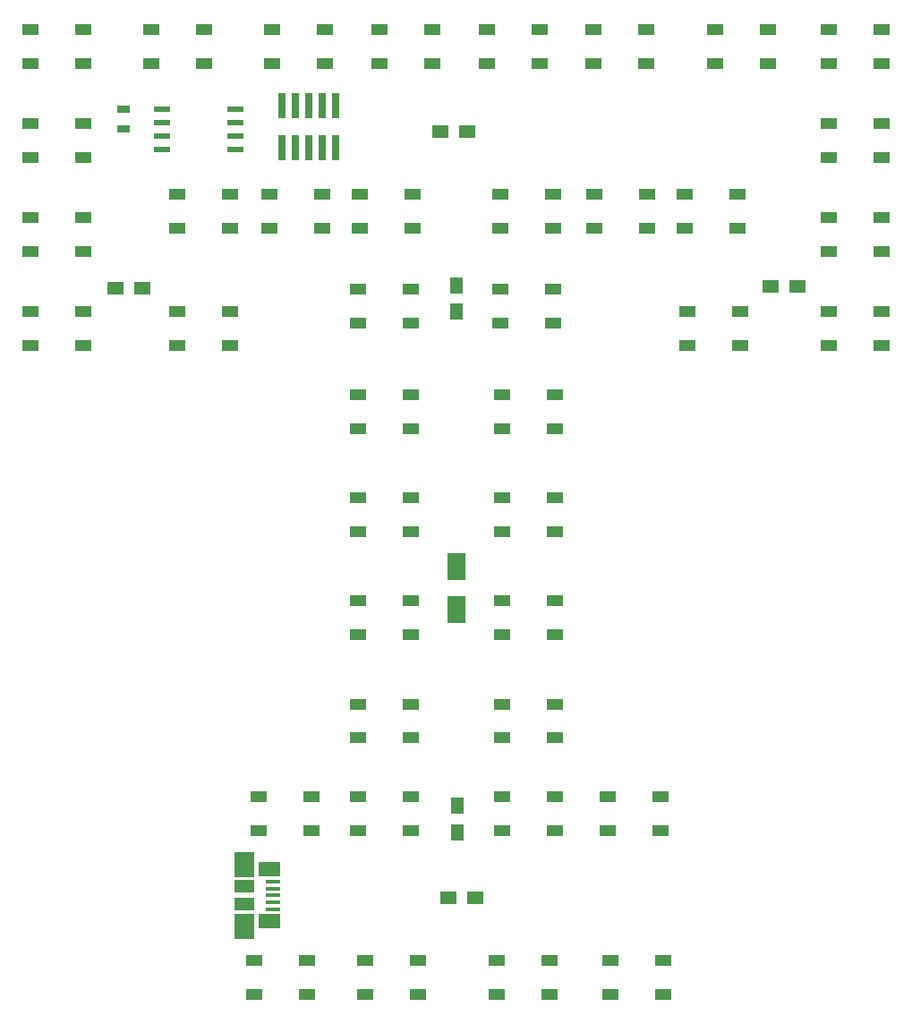
<source format=gbr>
G04 #@! TF.GenerationSoftware,KiCad,Pcbnew,(5.0.0)*
G04 #@! TF.CreationDate,2020-03-01T18:17:59-05:00*
G04 #@! TF.ProjectId,WS2812B Tiny T,575332383132422054696E7920542E6B,rev?*
G04 #@! TF.SameCoordinates,Original*
G04 #@! TF.FileFunction,Paste,Top*
G04 #@! TF.FilePolarity,Positive*
%FSLAX46Y46*%
G04 Gerber Fmt 4.6, Leading zero omitted, Abs format (unit mm)*
G04 Created by KiCad (PCBNEW (5.0.0)) date 03/01/20 18:17:59*
%MOMM*%
%LPD*%
G01*
G04 APERTURE LIST*
%ADD10R,1.600000X1.000000*%
%ADD11R,1.500000X1.250000*%
%ADD12R,1.250000X1.500000*%
%ADD13R,1.300000X0.700000*%
%ADD14R,1.550000X0.600000*%
%ADD15R,2.100000X1.475000*%
%ADD16R,1.900000X1.175000*%
%ADD17R,1.900000X2.375000*%
%ADD18R,1.380000X0.450000*%
%ADD19R,1.800000X2.500000*%
%ADD20R,0.740000X2.400000*%
G04 APERTURE END LIST*
D10*
G04 #@! TO.C,U1*
X87162000Y-85712500D03*
X87162000Y-88912500D03*
X92162000Y-85712500D03*
X92162000Y-88912500D03*
G04 #@! TD*
G04 #@! TO.C,U2*
X92162000Y-80022500D03*
X92162000Y-76822500D03*
X87162000Y-80022500D03*
X87162000Y-76822500D03*
G04 #@! TD*
G04 #@! TO.C,U3*
X87162000Y-67932500D03*
X87162000Y-71132500D03*
X92162000Y-67932500D03*
X92162000Y-71132500D03*
G04 #@! TD*
G04 #@! TO.C,U4*
X92162000Y-62242500D03*
X92162000Y-59042500D03*
X87162000Y-62242500D03*
X87162000Y-59042500D03*
G04 #@! TD*
G04 #@! TO.C,U5*
X98592000Y-59042500D03*
X98592000Y-62242500D03*
X103592000Y-59042500D03*
X103592000Y-62242500D03*
G04 #@! TD*
G04 #@! TO.C,U6*
X115022000Y-62242500D03*
X115022000Y-59042500D03*
X110022000Y-62242500D03*
X110022000Y-59042500D03*
G04 #@! TD*
G04 #@! TO.C,U7*
X120182000Y-59042500D03*
X120182000Y-62242500D03*
X125182000Y-59042500D03*
X125182000Y-62242500D03*
G04 #@! TD*
G04 #@! TO.C,U8*
X135342000Y-62242500D03*
X135342000Y-59042500D03*
X130342000Y-62242500D03*
X130342000Y-59042500D03*
G04 #@! TD*
G04 #@! TO.C,U9*
X140462000Y-59042500D03*
X140462000Y-62242500D03*
X145462000Y-59042500D03*
X145462000Y-62242500D03*
G04 #@! TD*
G04 #@! TO.C,U10*
X156932000Y-62242500D03*
X156932000Y-59042500D03*
X151932000Y-62242500D03*
X151932000Y-59042500D03*
G04 #@! TD*
G04 #@! TO.C,U11*
X162727000Y-59042500D03*
X162727000Y-62242500D03*
X167727000Y-59042500D03*
X167727000Y-62242500D03*
G04 #@! TD*
G04 #@! TO.C,U12*
X167727000Y-71132500D03*
X167727000Y-67932500D03*
X162727000Y-71132500D03*
X162727000Y-67932500D03*
G04 #@! TD*
G04 #@! TO.C,U13*
X162727000Y-76822500D03*
X162727000Y-80022500D03*
X167727000Y-76822500D03*
X167727000Y-80022500D03*
G04 #@! TD*
G04 #@! TO.C,U15*
X154301000Y-88912500D03*
X154301000Y-85712500D03*
X149301000Y-88912500D03*
X149301000Y-85712500D03*
G04 #@! TD*
G04 #@! TO.C,U16*
X149098000Y-74622500D03*
X149098000Y-77822500D03*
X154098000Y-74622500D03*
X154098000Y-77822500D03*
G04 #@! TD*
G04 #@! TO.C,U17*
X145502000Y-77822500D03*
X145502000Y-74622500D03*
X140502000Y-77822500D03*
X140502000Y-74622500D03*
G04 #@! TD*
G04 #@! TO.C,U18*
X131612000Y-74622500D03*
X131612000Y-77822500D03*
X136612000Y-74622500D03*
X136612000Y-77822500D03*
G04 #@! TD*
G04 #@! TO.C,U19*
X136612000Y-86822500D03*
X136612000Y-83622500D03*
X131612000Y-86822500D03*
X131612000Y-83622500D03*
G04 #@! TD*
G04 #@! TO.C,U20*
X131812000Y-93622500D03*
X131812000Y-96822500D03*
X136812000Y-93622500D03*
X136812000Y-96822500D03*
G04 #@! TD*
G04 #@! TO.C,U21*
X131812000Y-103372000D03*
X131812000Y-106572000D03*
X136812000Y-103372000D03*
X136812000Y-106572000D03*
G04 #@! TD*
G04 #@! TO.C,U22*
X136812000Y-116322000D03*
X136812000Y-113122000D03*
X131812000Y-116322000D03*
X131812000Y-113122000D03*
G04 #@! TD*
G04 #@! TO.C,U23*
X131812000Y-122872000D03*
X131812000Y-126072000D03*
X136812000Y-122872000D03*
X136812000Y-126072000D03*
G04 #@! TD*
G04 #@! TO.C,U24*
X136812000Y-134822000D03*
X136812000Y-131622000D03*
X131812000Y-134822000D03*
X131812000Y-131622000D03*
G04 #@! TD*
G04 #@! TO.C,U25*
X141772000Y-131622000D03*
X141772000Y-134822000D03*
X146772000Y-131622000D03*
X146772000Y-134822000D03*
G04 #@! TD*
G04 #@! TO.C,U26*
X147062000Y-150322000D03*
X147062000Y-147122000D03*
X142062000Y-150322000D03*
X142062000Y-147122000D03*
G04 #@! TD*
G04 #@! TO.C,U27*
X131312000Y-147122000D03*
X131312000Y-150322000D03*
X136312000Y-147122000D03*
X136312000Y-150322000D03*
G04 #@! TD*
G04 #@! TO.C,U28*
X123812000Y-150322000D03*
X123812000Y-147122000D03*
X118812000Y-150322000D03*
X118812000Y-147122000D03*
G04 #@! TD*
G04 #@! TO.C,U29*
X108312000Y-147122000D03*
X108312000Y-150322000D03*
X113312000Y-147122000D03*
X113312000Y-150322000D03*
G04 #@! TD*
G04 #@! TO.C,U30*
X113812000Y-134822000D03*
X113812000Y-131622000D03*
X108812000Y-134822000D03*
X108812000Y-131622000D03*
G04 #@! TD*
G04 #@! TO.C,U31*
X118142000Y-131622000D03*
X118142000Y-134822000D03*
X123142000Y-131622000D03*
X123142000Y-134822000D03*
G04 #@! TD*
G04 #@! TO.C,U32*
X123142000Y-126072000D03*
X123142000Y-122872000D03*
X118142000Y-126072000D03*
X118142000Y-122872000D03*
G04 #@! TD*
G04 #@! TO.C,U33*
X118142000Y-113122000D03*
X118142000Y-116322000D03*
X123142000Y-113122000D03*
X123142000Y-116322000D03*
G04 #@! TD*
G04 #@! TO.C,U34*
X123142000Y-106572000D03*
X123142000Y-103372000D03*
X118142000Y-106572000D03*
X118142000Y-103372000D03*
G04 #@! TD*
G04 #@! TO.C,U35*
X118142000Y-93622500D03*
X118142000Y-96822500D03*
X123142000Y-93622500D03*
X123142000Y-96822500D03*
G04 #@! TD*
G04 #@! TO.C,U36*
X123142000Y-86822500D03*
X123142000Y-83622500D03*
X118142000Y-86822500D03*
X118142000Y-83622500D03*
G04 #@! TD*
G04 #@! TO.C,U37*
X118312000Y-74622500D03*
X118312000Y-77822500D03*
X123312000Y-74622500D03*
X123312000Y-77822500D03*
G04 #@! TD*
G04 #@! TO.C,U38*
X114812000Y-77822500D03*
X114812000Y-74622500D03*
X109812000Y-77822500D03*
X109812000Y-74622500D03*
G04 #@! TD*
G04 #@! TO.C,U39*
X101062000Y-74622500D03*
X101062000Y-77822500D03*
X106062000Y-74622500D03*
X106062000Y-77822500D03*
G04 #@! TD*
G04 #@! TO.C,U14*
X162687000Y-85712500D03*
X162687000Y-88912500D03*
X167687000Y-85712500D03*
X167687000Y-88912500D03*
G04 #@! TD*
D11*
G04 #@! TO.C,C3*
X126750000Y-141200000D03*
X129250000Y-141200000D03*
G04 #@! TD*
G04 #@! TO.C,C4*
X128500000Y-68750000D03*
X126000000Y-68750000D03*
G04 #@! TD*
G04 #@! TO.C,C5*
X97770000Y-83553300D03*
X95270000Y-83553300D03*
G04 #@! TD*
D12*
G04 #@! TO.C,C6*
X127500000Y-83250000D03*
X127500000Y-85750000D03*
G04 #@! TD*
D11*
G04 #@! TO.C,C7*
X157246000Y-83400900D03*
X159746000Y-83400900D03*
G04 #@! TD*
D12*
G04 #@! TO.C,C8*
X127600000Y-135000000D03*
X127600000Y-132500000D03*
G04 #@! TD*
D10*
G04 #@! TO.C,U40*
X101062000Y-85722500D03*
X101062000Y-88922500D03*
X106062000Y-85722500D03*
X106062000Y-88922500D03*
G04 #@! TD*
D13*
G04 #@! TO.C,R1*
X96000000Y-66600000D03*
X96000000Y-68500000D03*
G04 #@! TD*
D14*
G04 #@! TO.C,MCU1*
X99600000Y-66595000D03*
X99600000Y-67865000D03*
X99600000Y-69135000D03*
X99600000Y-70405000D03*
X106600000Y-70405000D03*
X106600000Y-69135000D03*
X106600000Y-67865000D03*
X106600000Y-66600000D03*
G04 #@! TD*
D15*
G04 #@! TO.C,USB1*
X109750000Y-143424500D03*
D16*
X107450000Y-141799500D03*
D17*
X107450000Y-138049500D03*
X107450000Y-143874500D03*
D16*
X107450000Y-140124500D03*
D15*
X109750000Y-138499500D03*
D18*
X110110000Y-139662000D03*
X110110000Y-140312000D03*
X110110000Y-140962000D03*
X110110000Y-141612000D03*
X110110000Y-142262000D03*
G04 #@! TD*
D19*
G04 #@! TO.C,D1*
X127500000Y-109900000D03*
X127500000Y-113900000D03*
G04 #@! TD*
D20*
G04 #@! TO.C,J2*
X116040000Y-66300000D03*
X116040000Y-70200000D03*
X114770000Y-66300000D03*
X114770000Y-70200000D03*
X113500000Y-66300000D03*
X113500000Y-70200000D03*
X112230000Y-66300000D03*
X112230000Y-70200000D03*
X110960000Y-66300000D03*
X110960000Y-70200000D03*
G04 #@! TD*
M02*

</source>
